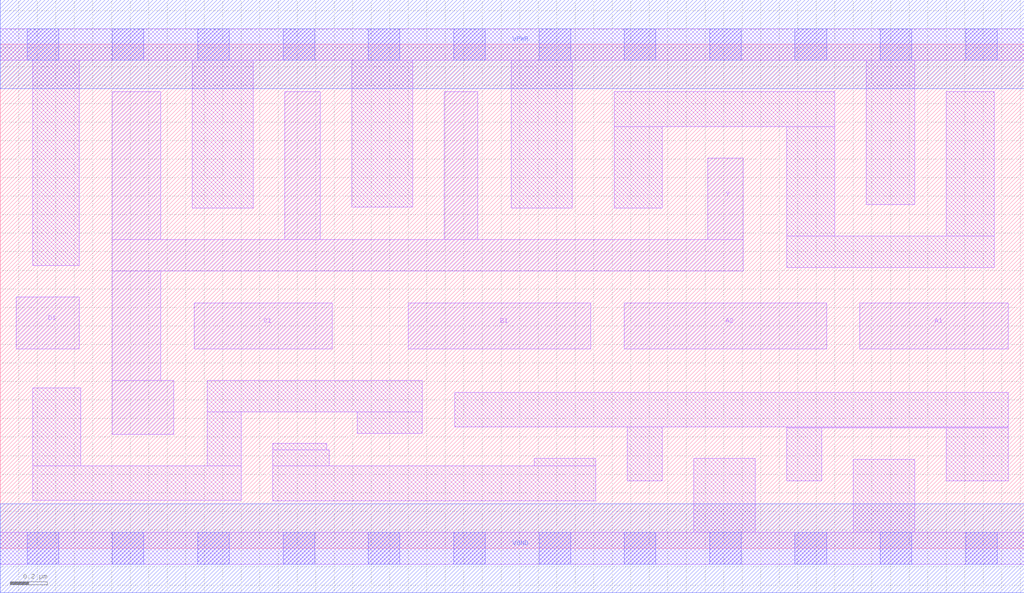
<source format=lef>
# Copyright 2020 The SkyWater PDK Authors
#
# Licensed under the Apache License, Version 2.0 (the "License");
# you may not use this file except in compliance with the License.
# You may obtain a copy of the License at
#
#     https://www.apache.org/licenses/LICENSE-2.0
#
# Unless required by applicable law or agreed to in writing, software
# distributed under the License is distributed on an "AS IS" BASIS,
# WITHOUT WARRANTIES OR CONDITIONS OF ANY KIND, either express or implied.
# See the License for the specific language governing permissions and
# limitations under the License.
#
# SPDX-License-Identifier: Apache-2.0

VERSION 5.7 ;
  NOWIREEXTENSIONATPIN ON ;
  DIVIDERCHAR "/" ;
  BUSBITCHARS "[]" ;
UNITS
  DATABASE MICRONS 200 ;
END UNITS
MACRO sky130_fd_sc_hd__o2111ai_2
  CLASS CORE ;
  FOREIGN sky130_fd_sc_hd__o2111ai_2 ;
  ORIGIN  0.000000  0.000000 ;
  SIZE  5.520000 BY  2.720000 ;
  SYMMETRY X Y R90 ;
  SITE unithd ;
  PIN A1
    ANTENNAGATEAREA  0.495000 ;
    DIRECTION INPUT ;
    USE SIGNAL ;
    PORT
      LAYER li1 ;
        RECT 4.635000 1.075000 5.435000 1.325000 ;
    END
  END A1
  PIN A2
    ANTENNAGATEAREA  0.495000 ;
    DIRECTION INPUT ;
    USE SIGNAL ;
    PORT
      LAYER li1 ;
        RECT 3.365000 1.075000 4.455000 1.325000 ;
    END
  END A2
  PIN B1
    ANTENNAGATEAREA  0.495000 ;
    DIRECTION INPUT ;
    USE SIGNAL ;
    PORT
      LAYER li1 ;
        RECT 2.200000 1.075000 3.185000 1.325000 ;
    END
  END B1
  PIN C1
    ANTENNAGATEAREA  0.495000 ;
    DIRECTION INPUT ;
    USE SIGNAL ;
    PORT
      LAYER li1 ;
        RECT 1.045000 1.075000 1.790000 1.325000 ;
    END
  END C1
  PIN D1
    ANTENNAGATEAREA  0.495000 ;
    DIRECTION INPUT ;
    USE SIGNAL ;
    PORT
      LAYER li1 ;
        RECT 0.085000 1.075000 0.425000 1.355000 ;
    END
  END D1
  PIN Y
    ANTENNADIFFAREA  1.302000 ;
    DIRECTION OUTPUT ;
    USE SIGNAL ;
    PORT
      LAYER li1 ;
        RECT 0.605000 0.615000 0.935000 0.905000 ;
        RECT 0.605000 0.905000 0.865000 1.495000 ;
        RECT 0.605000 1.495000 4.005000 1.665000 ;
        RECT 0.605000 1.665000 0.865000 2.465000 ;
        RECT 1.535000 1.665000 1.725000 2.465000 ;
        RECT 2.395000 1.665000 2.575000 2.465000 ;
        RECT 3.815000 1.665000 4.005000 2.105000 ;
    END
  END Y
  PIN VGND
    DIRECTION INOUT ;
    SHAPE ABUTMENT ;
    USE GROUND ;
    PORT
      LAYER met1 ;
        RECT 0.000000 -0.240000 5.520000 0.240000 ;
    END
  END VGND
  PIN VPWR
    DIRECTION INOUT ;
    SHAPE ABUTMENT ;
    USE POWER ;
    PORT
      LAYER met1 ;
        RECT 0.000000 2.480000 5.520000 2.960000 ;
    END
  END VPWR
  OBS
    LAYER li1 ;
      RECT 0.000000 -0.085000 5.520000 0.085000 ;
      RECT 0.000000  2.635000 5.520000 2.805000 ;
      RECT 0.175000  0.260000 1.300000 0.445000 ;
      RECT 0.175000  0.445000 0.435000 0.865000 ;
      RECT 0.175000  1.525000 0.425000 2.635000 ;
      RECT 1.035000  1.835000 1.365000 2.635000 ;
      RECT 1.115000  0.445000 1.300000 0.735000 ;
      RECT 1.115000  0.735000 2.275000 0.905000 ;
      RECT 1.470000  0.255000 3.210000 0.445000 ;
      RECT 1.470000  0.445000 1.775000 0.530000 ;
      RECT 1.470000  0.530000 1.760000 0.565000 ;
      RECT 1.895000  1.840000 2.225000 2.635000 ;
      RECT 1.925000  0.620000 2.275000 0.735000 ;
      RECT 2.450000  0.655000 5.435000 0.840000 ;
      RECT 2.755000  1.835000 3.085000 2.635000 ;
      RECT 2.880000  0.445000 3.210000 0.485000 ;
      RECT 3.310000  1.835000 3.570000 2.275000 ;
      RECT 3.310000  2.275000 4.500000 2.465000 ;
      RECT 3.380000  0.365000 3.570000 0.655000 ;
      RECT 3.740000  0.085000 4.070000 0.485000 ;
      RECT 4.240000  0.365000 4.430000 0.650000 ;
      RECT 4.240000  0.650000 5.435000 0.655000 ;
      RECT 4.240000  1.515000 5.360000 1.685000 ;
      RECT 4.240000  1.685000 4.500000 2.275000 ;
      RECT 4.600000  0.085000 4.930000 0.480000 ;
      RECT 4.670000  1.855000 4.930000 2.635000 ;
      RECT 5.100000  0.365000 5.435000 0.650000 ;
      RECT 5.100000  1.685000 5.360000 2.465000 ;
    LAYER mcon ;
      RECT 0.145000 -0.085000 0.315000 0.085000 ;
      RECT 0.145000  2.635000 0.315000 2.805000 ;
      RECT 0.605000 -0.085000 0.775000 0.085000 ;
      RECT 0.605000  2.635000 0.775000 2.805000 ;
      RECT 1.065000 -0.085000 1.235000 0.085000 ;
      RECT 1.065000  2.635000 1.235000 2.805000 ;
      RECT 1.525000 -0.085000 1.695000 0.085000 ;
      RECT 1.525000  2.635000 1.695000 2.805000 ;
      RECT 1.985000 -0.085000 2.155000 0.085000 ;
      RECT 1.985000  2.635000 2.155000 2.805000 ;
      RECT 2.445000 -0.085000 2.615000 0.085000 ;
      RECT 2.445000  2.635000 2.615000 2.805000 ;
      RECT 2.905000 -0.085000 3.075000 0.085000 ;
      RECT 2.905000  2.635000 3.075000 2.805000 ;
      RECT 3.365000 -0.085000 3.535000 0.085000 ;
      RECT 3.365000  2.635000 3.535000 2.805000 ;
      RECT 3.825000 -0.085000 3.995000 0.085000 ;
      RECT 3.825000  2.635000 3.995000 2.805000 ;
      RECT 4.285000 -0.085000 4.455000 0.085000 ;
      RECT 4.285000  2.635000 4.455000 2.805000 ;
      RECT 4.745000 -0.085000 4.915000 0.085000 ;
      RECT 4.745000  2.635000 4.915000 2.805000 ;
      RECT 5.205000 -0.085000 5.375000 0.085000 ;
      RECT 5.205000  2.635000 5.375000 2.805000 ;
  END
END sky130_fd_sc_hd__o2111ai_2
END LIBRARY

</source>
